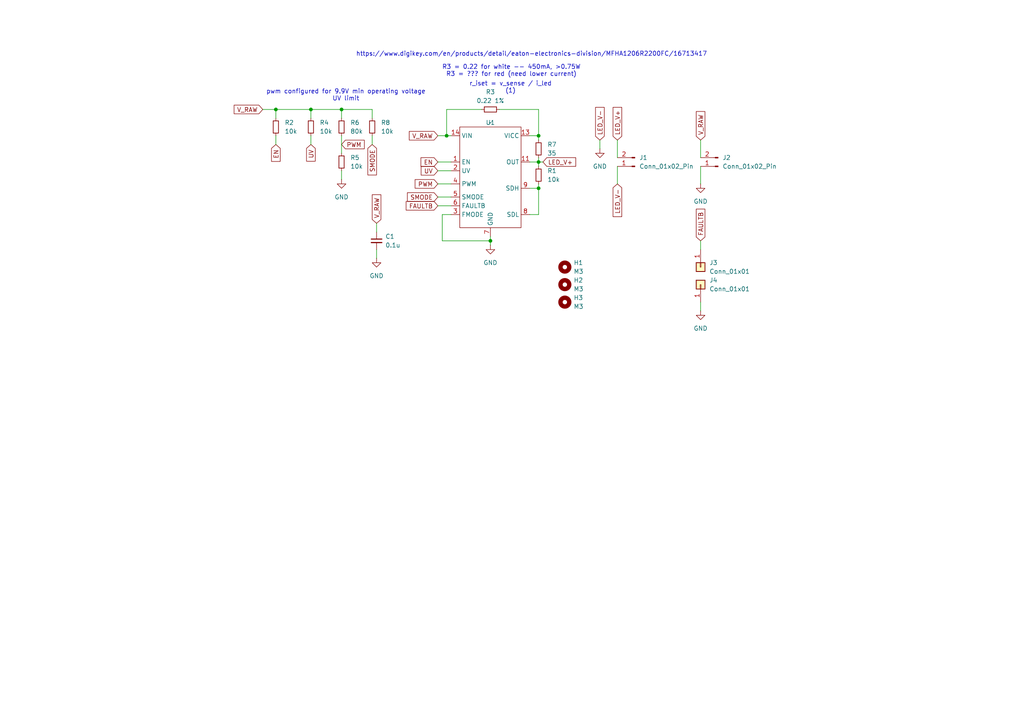
<source format=kicad_sch>
(kicad_sch
	(version 20231120)
	(generator "eeschema")
	(generator_version "8.0")
	(uuid "90e05142-d209-41bb-b992-ea0c86511e61")
	(paper "A4")
	(lib_symbols
		(symbol "Connector:Conn_01x02_Pin"
			(pin_names
				(offset 1.016) hide)
			(exclude_from_sim no)
			(in_bom yes)
			(on_board yes)
			(property "Reference" "J"
				(at 0 2.54 0)
				(effects
					(font
						(size 1.27 1.27)
					)
				)
			)
			(property "Value" "Conn_01x02_Pin"
				(at 0 -5.08 0)
				(effects
					(font
						(size 1.27 1.27)
					)
				)
			)
			(property "Footprint" ""
				(at 0 0 0)
				(effects
					(font
						(size 1.27 1.27)
					)
					(hide yes)
				)
			)
			(property "Datasheet" "~"
				(at 0 0 0)
				(effects
					(font
						(size 1.27 1.27)
					)
					(hide yes)
				)
			)
			(property "Description" "Generic connector, single row, 01x02, script generated"
				(at 0 0 0)
				(effects
					(font
						(size 1.27 1.27)
					)
					(hide yes)
				)
			)
			(property "ki_locked" ""
				(at 0 0 0)
				(effects
					(font
						(size 1.27 1.27)
					)
				)
			)
			(property "ki_keywords" "connector"
				(at 0 0 0)
				(effects
					(font
						(size 1.27 1.27)
					)
					(hide yes)
				)
			)
			(property "ki_fp_filters" "Connector*:*_1x??_*"
				(at 0 0 0)
				(effects
					(font
						(size 1.27 1.27)
					)
					(hide yes)
				)
			)
			(symbol "Conn_01x02_Pin_1_1"
				(polyline
					(pts
						(xy 1.27 -2.54) (xy 0.8636 -2.54)
					)
					(stroke
						(width 0.1524)
						(type default)
					)
					(fill
						(type none)
					)
				)
				(polyline
					(pts
						(xy 1.27 0) (xy 0.8636 0)
					)
					(stroke
						(width 0.1524)
						(type default)
					)
					(fill
						(type none)
					)
				)
				(rectangle
					(start 0.8636 -2.413)
					(end 0 -2.667)
					(stroke
						(width 0.1524)
						(type default)
					)
					(fill
						(type outline)
					)
				)
				(rectangle
					(start 0.8636 0.127)
					(end 0 -0.127)
					(stroke
						(width 0.1524)
						(type default)
					)
					(fill
						(type outline)
					)
				)
				(pin passive line
					(at 5.08 0 180)
					(length 3.81)
					(name "Pin_1"
						(effects
							(font
								(size 1.27 1.27)
							)
						)
					)
					(number "1"
						(effects
							(font
								(size 1.27 1.27)
							)
						)
					)
				)
				(pin passive line
					(at 5.08 -2.54 180)
					(length 3.81)
					(name "Pin_2"
						(effects
							(font
								(size 1.27 1.27)
							)
						)
					)
					(number "2"
						(effects
							(font
								(size 1.27 1.27)
							)
						)
					)
				)
			)
		)
		(symbol "Connector_Generic:Conn_01x01"
			(pin_names
				(offset 1.016) hide)
			(exclude_from_sim no)
			(in_bom yes)
			(on_board yes)
			(property "Reference" "J"
				(at 0 2.54 0)
				(effects
					(font
						(size 1.27 1.27)
					)
				)
			)
			(property "Value" "Conn_01x01"
				(at 0 -2.54 0)
				(effects
					(font
						(size 1.27 1.27)
					)
				)
			)
			(property "Footprint" ""
				(at 0 0 0)
				(effects
					(font
						(size 1.27 1.27)
					)
					(hide yes)
				)
			)
			(property "Datasheet" "~"
				(at 0 0 0)
				(effects
					(font
						(size 1.27 1.27)
					)
					(hide yes)
				)
			)
			(property "Description" "Generic connector, single row, 01x01, script generated (kicad-library-utils/schlib/autogen/connector/)"
				(at 0 0 0)
				(effects
					(font
						(size 1.27 1.27)
					)
					(hide yes)
				)
			)
			(property "ki_keywords" "connector"
				(at 0 0 0)
				(effects
					(font
						(size 1.27 1.27)
					)
					(hide yes)
				)
			)
			(property "ki_fp_filters" "Connector*:*_1x??_*"
				(at 0 0 0)
				(effects
					(font
						(size 1.27 1.27)
					)
					(hide yes)
				)
			)
			(symbol "Conn_01x01_1_1"
				(rectangle
					(start -1.27 0.127)
					(end 0 -0.127)
					(stroke
						(width 0.1524)
						(type default)
					)
					(fill
						(type none)
					)
				)
				(rectangle
					(start -1.27 1.27)
					(end 1.27 -1.27)
					(stroke
						(width 0.254)
						(type default)
					)
					(fill
						(type background)
					)
				)
				(pin passive line
					(at -5.08 0 0)
					(length 3.81)
					(name "Pin_1"
						(effects
							(font
								(size 1.27 1.27)
							)
						)
					)
					(number "1"
						(effects
							(font
								(size 1.27 1.27)
							)
						)
					)
				)
			)
		)
		(symbol "Device:C_Small"
			(pin_numbers hide)
			(pin_names
				(offset 0.254) hide)
			(exclude_from_sim no)
			(in_bom yes)
			(on_board yes)
			(property "Reference" "C"
				(at 0.254 1.778 0)
				(effects
					(font
						(size 1.27 1.27)
					)
					(justify left)
				)
			)
			(property "Value" "C_Small"
				(at 0.254 -2.032 0)
				(effects
					(font
						(size 1.27 1.27)
					)
					(justify left)
				)
			)
			(property "Footprint" ""
				(at 0 0 0)
				(effects
					(font
						(size 1.27 1.27)
					)
					(hide yes)
				)
			)
			(property "Datasheet" "~"
				(at 0 0 0)
				(effects
					(font
						(size 1.27 1.27)
					)
					(hide yes)
				)
			)
			(property "Description" "Unpolarized capacitor, small symbol"
				(at 0 0 0)
				(effects
					(font
						(size 1.27 1.27)
					)
					(hide yes)
				)
			)
			(property "ki_keywords" "capacitor cap"
				(at 0 0 0)
				(effects
					(font
						(size 1.27 1.27)
					)
					(hide yes)
				)
			)
			(property "ki_fp_filters" "C_*"
				(at 0 0 0)
				(effects
					(font
						(size 1.27 1.27)
					)
					(hide yes)
				)
			)
			(symbol "C_Small_0_1"
				(polyline
					(pts
						(xy -1.524 -0.508) (xy 1.524 -0.508)
					)
					(stroke
						(width 0.3302)
						(type default)
					)
					(fill
						(type none)
					)
				)
				(polyline
					(pts
						(xy -1.524 0.508) (xy 1.524 0.508)
					)
					(stroke
						(width 0.3048)
						(type default)
					)
					(fill
						(type none)
					)
				)
			)
			(symbol "C_Small_1_1"
				(pin passive line
					(at 0 2.54 270)
					(length 2.032)
					(name "~"
						(effects
							(font
								(size 1.27 1.27)
							)
						)
					)
					(number "1"
						(effects
							(font
								(size 1.27 1.27)
							)
						)
					)
				)
				(pin passive line
					(at 0 -2.54 90)
					(length 2.032)
					(name "~"
						(effects
							(font
								(size 1.27 1.27)
							)
						)
					)
					(number "2"
						(effects
							(font
								(size 1.27 1.27)
							)
						)
					)
				)
			)
		)
		(symbol "Device:R_Small"
			(pin_numbers hide)
			(pin_names
				(offset 0.254) hide)
			(exclude_from_sim no)
			(in_bom yes)
			(on_board yes)
			(property "Reference" "R"
				(at 0.762 0.508 0)
				(effects
					(font
						(size 1.27 1.27)
					)
					(justify left)
				)
			)
			(property "Value" "R_Small"
				(at 0.762 -1.016 0)
				(effects
					(font
						(size 1.27 1.27)
					)
					(justify left)
				)
			)
			(property "Footprint" ""
				(at 0 0 0)
				(effects
					(font
						(size 1.27 1.27)
					)
					(hide yes)
				)
			)
			(property "Datasheet" "~"
				(at 0 0 0)
				(effects
					(font
						(size 1.27 1.27)
					)
					(hide yes)
				)
			)
			(property "Description" "Resistor, small symbol"
				(at 0 0 0)
				(effects
					(font
						(size 1.27 1.27)
					)
					(hide yes)
				)
			)
			(property "ki_keywords" "R resistor"
				(at 0 0 0)
				(effects
					(font
						(size 1.27 1.27)
					)
					(hide yes)
				)
			)
			(property "ki_fp_filters" "R_*"
				(at 0 0 0)
				(effects
					(font
						(size 1.27 1.27)
					)
					(hide yes)
				)
			)
			(symbol "R_Small_0_1"
				(rectangle
					(start -0.762 1.778)
					(end 0.762 -1.778)
					(stroke
						(width 0.2032)
						(type default)
					)
					(fill
						(type none)
					)
				)
			)
			(symbol "R_Small_1_1"
				(pin passive line
					(at 0 2.54 270)
					(length 0.762)
					(name "~"
						(effects
							(font
								(size 1.27 1.27)
							)
						)
					)
					(number "1"
						(effects
							(font
								(size 1.27 1.27)
							)
						)
					)
				)
				(pin passive line
					(at 0 -2.54 90)
					(length 0.762)
					(name "~"
						(effects
							(font
								(size 1.27 1.27)
							)
						)
					)
					(number "2"
						(effects
							(font
								(size 1.27 1.27)
							)
						)
					)
				)
			)
		)
		(symbol "Mechanical:MountingHole"
			(pin_names
				(offset 1.016)
			)
			(exclude_from_sim yes)
			(in_bom no)
			(on_board yes)
			(property "Reference" "H"
				(at 0 5.08 0)
				(effects
					(font
						(size 1.27 1.27)
					)
				)
			)
			(property "Value" "MountingHole"
				(at 0 3.175 0)
				(effects
					(font
						(size 1.27 1.27)
					)
				)
			)
			(property "Footprint" ""
				(at 0 0 0)
				(effects
					(font
						(size 1.27 1.27)
					)
					(hide yes)
				)
			)
			(property "Datasheet" "~"
				(at 0 0 0)
				(effects
					(font
						(size 1.27 1.27)
					)
					(hide yes)
				)
			)
			(property "Description" "Mounting Hole without connection"
				(at 0 0 0)
				(effects
					(font
						(size 1.27 1.27)
					)
					(hide yes)
				)
			)
			(property "ki_keywords" "mounting hole"
				(at 0 0 0)
				(effects
					(font
						(size 1.27 1.27)
					)
					(hide yes)
				)
			)
			(property "ki_fp_filters" "MountingHole*"
				(at 0 0 0)
				(effects
					(font
						(size 1.27 1.27)
					)
					(hide yes)
				)
			)
			(symbol "MountingHole_0_1"
				(circle
					(center 0 0)
					(radius 1.27)
					(stroke
						(width 1.27)
						(type default)
					)
					(fill
						(type none)
					)
				)
			)
		)
		(symbol "custom_lib:IS32LT3140A"
			(exclude_from_sim no)
			(in_bom yes)
			(on_board yes)
			(property "Reference" "U"
				(at 0 0 0)
				(effects
					(font
						(size 1.27 1.27)
					)
				)
			)
			(property "Value" ""
				(at 0 0 0)
				(effects
					(font
						(size 1.27 1.27)
					)
				)
			)
			(property "Footprint" ""
				(at 0 0 0)
				(effects
					(font
						(size 1.27 1.27)
					)
					(hide yes)
				)
			)
			(property "Datasheet" ""
				(at 0 0 0)
				(effects
					(font
						(size 1.27 1.27)
					)
					(hide yes)
				)
			)
			(property "Description" ""
				(at 0 0 0)
				(effects
					(font
						(size 1.27 1.27)
					)
					(hide yes)
				)
			)
			(symbol "IS32LT3140A_0_1"
				(rectangle
					(start -8.89 -1.27)
					(end 8.89 -30.48)
					(stroke
						(width 0)
						(type default)
					)
					(fill
						(type none)
					)
				)
			)
			(symbol "IS32LT3140A_1_1"
				(pin input line
					(at -11.43 -11.43 0)
					(length 2.54)
					(name "EN"
						(effects
							(font
								(size 1.27 1.27)
							)
						)
					)
					(number "1"
						(effects
							(font
								(size 1.27 1.27)
							)
						)
					)
				)
				(pin input line
					(at 11.43 -11.43 180)
					(length 2.54)
					(name "OUT"
						(effects
							(font
								(size 1.27 1.27)
							)
						)
					)
					(number "11"
						(effects
							(font
								(size 1.27 1.27)
							)
						)
					)
				)
				(pin input line
					(at 11.43 -3.81 180)
					(length 2.54)
					(name "VICC"
						(effects
							(font
								(size 1.27 1.27)
							)
						)
					)
					(number "13"
						(effects
							(font
								(size 1.27 1.27)
							)
						)
					)
				)
				(pin input line
					(at -11.43 -3.81 0)
					(length 2.54)
					(name "VIN"
						(effects
							(font
								(size 1.27 1.27)
							)
						)
					)
					(number "14"
						(effects
							(font
								(size 1.27 1.27)
							)
						)
					)
				)
				(pin input line
					(at -11.43 -13.97 0)
					(length 2.54)
					(name "UV"
						(effects
							(font
								(size 1.27 1.27)
							)
						)
					)
					(number "2"
						(effects
							(font
								(size 1.27 1.27)
							)
						)
					)
				)
				(pin input line
					(at -11.43 -26.67 0)
					(length 2.54)
					(name "FMODE"
						(effects
							(font
								(size 1.27 1.27)
							)
						)
					)
					(number "3"
						(effects
							(font
								(size 1.27 1.27)
							)
						)
					)
				)
				(pin input line
					(at -11.43 -17.78 0)
					(length 2.54)
					(name "PWM"
						(effects
							(font
								(size 1.27 1.27)
							)
						)
					)
					(number "4"
						(effects
							(font
								(size 1.27 1.27)
							)
						)
					)
				)
				(pin input line
					(at -11.43 -21.59 0)
					(length 2.54)
					(name "SMODE"
						(effects
							(font
								(size 1.27 1.27)
							)
						)
					)
					(number "5"
						(effects
							(font
								(size 1.27 1.27)
							)
						)
					)
				)
				(pin input line
					(at -11.43 -24.13 0)
					(length 2.54)
					(name "FAULTB"
						(effects
							(font
								(size 1.27 1.27)
							)
						)
					)
					(number "6"
						(effects
							(font
								(size 1.27 1.27)
							)
						)
					)
				)
				(pin input line
					(at 0 -33.02 90)
					(length 2.54)
					(name "GND"
						(effects
							(font
								(size 1.27 1.27)
							)
						)
					)
					(number "7"
						(effects
							(font
								(size 1.27 1.27)
							)
						)
					)
				)
				(pin input line
					(at 11.43 -26.67 180)
					(length 2.54)
					(name "SDL"
						(effects
							(font
								(size 1.27 1.27)
							)
						)
					)
					(number "8"
						(effects
							(font
								(size 1.27 1.27)
							)
						)
					)
				)
				(pin input line
					(at 11.43 -19.05 180)
					(length 2.54)
					(name "SDH"
						(effects
							(font
								(size 1.27 1.27)
							)
						)
					)
					(number "9"
						(effects
							(font
								(size 1.27 1.27)
							)
						)
					)
				)
			)
		)
		(symbol "power:GND"
			(power)
			(pin_numbers hide)
			(pin_names
				(offset 0) hide)
			(exclude_from_sim no)
			(in_bom yes)
			(on_board yes)
			(property "Reference" "#PWR"
				(at 0 -6.35 0)
				(effects
					(font
						(size 1.27 1.27)
					)
					(hide yes)
				)
			)
			(property "Value" "GND"
				(at 0 -3.81 0)
				(effects
					(font
						(size 1.27 1.27)
					)
				)
			)
			(property "Footprint" ""
				(at 0 0 0)
				(effects
					(font
						(size 1.27 1.27)
					)
					(hide yes)
				)
			)
			(property "Datasheet" ""
				(at 0 0 0)
				(effects
					(font
						(size 1.27 1.27)
					)
					(hide yes)
				)
			)
			(property "Description" "Power symbol creates a global label with name \"GND\" , ground"
				(at 0 0 0)
				(effects
					(font
						(size 1.27 1.27)
					)
					(hide yes)
				)
			)
			(property "ki_keywords" "global power"
				(at 0 0 0)
				(effects
					(font
						(size 1.27 1.27)
					)
					(hide yes)
				)
			)
			(symbol "GND_0_1"
				(polyline
					(pts
						(xy 0 0) (xy 0 -1.27) (xy 1.27 -1.27) (xy 0 -2.54) (xy -1.27 -1.27) (xy 0 -1.27)
					)
					(stroke
						(width 0)
						(type default)
					)
					(fill
						(type none)
					)
				)
			)
			(symbol "GND_1_1"
				(pin power_in line
					(at 0 0 270)
					(length 0)
					(name "~"
						(effects
							(font
								(size 1.27 1.27)
							)
						)
					)
					(number "1"
						(effects
							(font
								(size 1.27 1.27)
							)
						)
					)
				)
			)
		)
	)
	(junction
		(at 156.21 46.99)
		(diameter 0)
		(color 0 0 0 0)
		(uuid "155d617d-c3ab-40dc-98ed-0ee7b1a2eb9e")
	)
	(junction
		(at 156.21 54.61)
		(diameter 0)
		(color 0 0 0 0)
		(uuid "1c9a8b4d-d82b-47e5-8b77-cdd962f125e8")
	)
	(junction
		(at 99.06 31.75)
		(diameter 0)
		(color 0 0 0 0)
		(uuid "2fa46eb7-ff35-4541-8c12-a50fcfdcecd1")
	)
	(junction
		(at 80.01 31.75)
		(diameter 0)
		(color 0 0 0 0)
		(uuid "38301a78-41dc-47ea-92aa-3e71e9411213")
	)
	(junction
		(at 90.17 31.75)
		(diameter 0)
		(color 0 0 0 0)
		(uuid "7fa0beda-cc45-4367-b834-aacb84b60ddb")
	)
	(junction
		(at 129.54 39.37)
		(diameter 0)
		(color 0 0 0 0)
		(uuid "bc1fb327-509b-401b-b297-804a30c2e4f8")
	)
	(junction
		(at 156.21 39.37)
		(diameter 0)
		(color 0 0 0 0)
		(uuid "c68d6cf4-728e-4346-bad6-6fe03fe638a8")
	)
	(junction
		(at 142.24 69.85)
		(diameter 0)
		(color 0 0 0 0)
		(uuid "fed79563-61d6-4b7b-8b55-68ea771f7dd3")
	)
	(wire
		(pts
			(xy 153.67 39.37) (xy 156.21 39.37)
		)
		(stroke
			(width 0)
			(type default)
		)
		(uuid "06e35a52-8a79-46eb-95ec-cb3f53d17b60")
	)
	(wire
		(pts
			(xy 99.06 31.75) (xy 107.95 31.75)
		)
		(stroke
			(width 0)
			(type default)
		)
		(uuid "078f0f6c-c8ab-4343-b3e4-da55d1b975ef")
	)
	(wire
		(pts
			(xy 99.06 34.29) (xy 99.06 31.75)
		)
		(stroke
			(width 0)
			(type default)
		)
		(uuid "08a37a96-76d6-4fd2-8a3f-504eb00d22a2")
	)
	(wire
		(pts
			(xy 179.07 48.26) (xy 179.07 53.34)
		)
		(stroke
			(width 0)
			(type default)
		)
		(uuid "12da387f-46cd-404c-9bdf-e4edd649b67a")
	)
	(wire
		(pts
			(xy 156.21 62.23) (xy 156.21 54.61)
		)
		(stroke
			(width 0)
			(type default)
		)
		(uuid "151acda1-e588-4f25-8d46-bc4e384af9c9")
	)
	(wire
		(pts
			(xy 99.06 49.53) (xy 99.06 52.07)
		)
		(stroke
			(width 0)
			(type default)
		)
		(uuid "207653ff-60b9-4302-b4aa-c95e40935690")
	)
	(wire
		(pts
			(xy 156.21 53.34) (xy 156.21 54.61)
		)
		(stroke
			(width 0)
			(type default)
		)
		(uuid "2489ec92-0823-4fbf-b893-bef3456f758d")
	)
	(wire
		(pts
			(xy 127 57.15) (xy 130.81 57.15)
		)
		(stroke
			(width 0)
			(type default)
		)
		(uuid "2cee30e6-6475-4f3e-bbc1-fbadb5879f8c")
	)
	(wire
		(pts
			(xy 76.2 31.75) (xy 80.01 31.75)
		)
		(stroke
			(width 0)
			(type default)
		)
		(uuid "3c290d51-a094-4fb7-a78e-3648d2ffed30")
	)
	(wire
		(pts
			(xy 153.67 46.99) (xy 156.21 46.99)
		)
		(stroke
			(width 0)
			(type default)
		)
		(uuid "3d6d2dbf-73e0-4f09-8dfa-b6e1584dc4b0")
	)
	(wire
		(pts
			(xy 173.99 43.18) (xy 173.99 40.64)
		)
		(stroke
			(width 0)
			(type default)
		)
		(uuid "465a5298-edce-4667-b3e1-543be20c74aa")
	)
	(wire
		(pts
			(xy 127 53.34) (xy 130.81 53.34)
		)
		(stroke
			(width 0)
			(type default)
		)
		(uuid "48c13a40-a639-4d46-9863-2caa0749c3cf")
	)
	(wire
		(pts
			(xy 153.67 62.23) (xy 156.21 62.23)
		)
		(stroke
			(width 0)
			(type default)
		)
		(uuid "49187d62-7549-4509-bb5f-030be345ff30")
	)
	(wire
		(pts
			(xy 130.81 62.23) (xy 128.27 62.23)
		)
		(stroke
			(width 0)
			(type default)
		)
		(uuid "598b64bd-71c6-4ad7-96ee-2dff2cdbef24")
	)
	(wire
		(pts
			(xy 99.06 39.37) (xy 99.06 44.45)
		)
		(stroke
			(width 0)
			(type default)
		)
		(uuid "5aff97d3-f7eb-43d9-9777-0ad36bb69358")
	)
	(wire
		(pts
			(xy 144.78 31.75) (xy 156.21 31.75)
		)
		(stroke
			(width 0)
			(type default)
		)
		(uuid "5d8e6ca9-1986-4191-89de-ebe3b70c0bdd")
	)
	(wire
		(pts
			(xy 156.21 45.72) (xy 156.21 46.99)
		)
		(stroke
			(width 0)
			(type default)
		)
		(uuid "5dda4337-6bac-49cd-8893-797b57036021")
	)
	(wire
		(pts
			(xy 90.17 39.37) (xy 90.17 41.91)
		)
		(stroke
			(width 0)
			(type default)
		)
		(uuid "60d7dc23-3277-440a-b492-47099d358998")
	)
	(wire
		(pts
			(xy 127 59.69) (xy 130.81 59.69)
		)
		(stroke
			(width 0)
			(type default)
		)
		(uuid "6104edd1-5d2c-4721-927f-d41d9b3a0979")
	)
	(wire
		(pts
			(xy 107.95 31.75) (xy 107.95 34.29)
		)
		(stroke
			(width 0)
			(type default)
		)
		(uuid "66edc7df-cf8e-4ab2-92df-4633837dcf3e")
	)
	(wire
		(pts
			(xy 90.17 31.75) (xy 99.06 31.75)
		)
		(stroke
			(width 0)
			(type default)
		)
		(uuid "69679cb0-c87e-46e4-bb69-d1341423a027")
	)
	(wire
		(pts
			(xy 203.2 40.64) (xy 203.2 45.72)
		)
		(stroke
			(width 0)
			(type default)
		)
		(uuid "6c0028b2-4697-4e04-85c9-3306bae0aa19")
	)
	(wire
		(pts
			(xy 203.2 48.26) (xy 203.2 53.34)
		)
		(stroke
			(width 0)
			(type default)
		)
		(uuid "78dab2d0-bf7a-45e1-8619-cbebd5e421c1")
	)
	(wire
		(pts
			(xy 109.22 72.39) (xy 109.22 74.93)
		)
		(stroke
			(width 0)
			(type default)
		)
		(uuid "7a945ad4-b725-4113-a22c-7441efcad892")
	)
	(wire
		(pts
			(xy 109.22 64.77) (xy 109.22 67.31)
		)
		(stroke
			(width 0)
			(type default)
		)
		(uuid "7d0550c9-34ca-4f63-a730-687c0c0e0906")
	)
	(wire
		(pts
			(xy 156.21 46.99) (xy 157.48 46.99)
		)
		(stroke
			(width 0)
			(type default)
		)
		(uuid "7d59e836-2557-4274-9474-1be05fb74617")
	)
	(wire
		(pts
			(xy 127 39.37) (xy 129.54 39.37)
		)
		(stroke
			(width 0)
			(type default)
		)
		(uuid "831c92c2-0cec-423c-a799-d0720bf790f9")
	)
	(wire
		(pts
			(xy 107.95 39.37) (xy 107.95 41.91)
		)
		(stroke
			(width 0)
			(type default)
		)
		(uuid "8c2d6064-e26e-4e07-b3c9-2cc4b121f264")
	)
	(wire
		(pts
			(xy 128.27 69.85) (xy 142.24 69.85)
		)
		(stroke
			(width 0)
			(type default)
		)
		(uuid "912e69ef-5a51-40ab-858d-de451cf45b25")
	)
	(wire
		(pts
			(xy 128.27 62.23) (xy 128.27 69.85)
		)
		(stroke
			(width 0)
			(type default)
		)
		(uuid "999e9378-751e-4a6a-a230-942bbc435e36")
	)
	(wire
		(pts
			(xy 203.2 69.85) (xy 203.2 72.39)
		)
		(stroke
			(width 0)
			(type default)
		)
		(uuid "aedc11c9-a05c-4979-a75b-442f13814726")
	)
	(wire
		(pts
			(xy 127 49.53) (xy 130.81 49.53)
		)
		(stroke
			(width 0)
			(type default)
		)
		(uuid "bc58b804-c1de-4f62-870c-5f34009350e8")
	)
	(wire
		(pts
			(xy 129.54 39.37) (xy 130.81 39.37)
		)
		(stroke
			(width 0)
			(type default)
		)
		(uuid "bd5d25c9-2459-47a5-a765-7c37a3eefbfd")
	)
	(wire
		(pts
			(xy 203.2 87.63) (xy 203.2 90.17)
		)
		(stroke
			(width 0)
			(type default)
		)
		(uuid "bef3df29-6c83-4c5d-b20d-cb5b5e49483e")
	)
	(wire
		(pts
			(xy 153.67 54.61) (xy 156.21 54.61)
		)
		(stroke
			(width 0)
			(type default)
		)
		(uuid "bf4a22ae-65dc-4bef-87f6-d529df92be24")
	)
	(wire
		(pts
			(xy 142.24 69.85) (xy 142.24 71.12)
		)
		(stroke
			(width 0)
			(type default)
		)
		(uuid "c64d63b7-84af-44af-a6b7-994da90f56bd")
	)
	(wire
		(pts
			(xy 129.54 31.75) (xy 139.7 31.75)
		)
		(stroke
			(width 0)
			(type default)
		)
		(uuid "cc306cb2-ee2f-4fb6-8047-e74ca26a811a")
	)
	(wire
		(pts
			(xy 156.21 31.75) (xy 156.21 39.37)
		)
		(stroke
			(width 0)
			(type default)
		)
		(uuid "ccff5546-8901-4358-bf38-e9e28b4f37a0")
	)
	(wire
		(pts
			(xy 90.17 31.75) (xy 80.01 31.75)
		)
		(stroke
			(width 0)
			(type default)
		)
		(uuid "cf7601a0-f645-4467-9aec-233513ede3cb")
	)
	(wire
		(pts
			(xy 156.21 39.37) (xy 156.21 40.64)
		)
		(stroke
			(width 0)
			(type default)
		)
		(uuid "d0fb7dbe-487b-4414-97f3-7d4a75080f7a")
	)
	(wire
		(pts
			(xy 156.21 46.99) (xy 156.21 48.26)
		)
		(stroke
			(width 0)
			(type default)
		)
		(uuid "d35f5b28-478b-409a-994b-6007d5491162")
	)
	(wire
		(pts
			(xy 127 46.99) (xy 130.81 46.99)
		)
		(stroke
			(width 0)
			(type default)
		)
		(uuid "d74150b7-f861-4719-b863-7e8046ea0b3a")
	)
	(wire
		(pts
			(xy 142.24 68.58) (xy 142.24 69.85)
		)
		(stroke
			(width 0)
			(type default)
		)
		(uuid "d8b64bf6-cba5-496f-90c5-279314b0ba96")
	)
	(wire
		(pts
			(xy 90.17 34.29) (xy 90.17 31.75)
		)
		(stroke
			(width 0)
			(type default)
		)
		(uuid "d9b0f792-b91a-4565-8e54-61870f542588")
	)
	(wire
		(pts
			(xy 80.01 39.37) (xy 80.01 41.91)
		)
		(stroke
			(width 0)
			(type default)
		)
		(uuid "f0ec8dbb-e975-45c6-a76e-3382b0f3e028")
	)
	(wire
		(pts
			(xy 129.54 39.37) (xy 129.54 31.75)
		)
		(stroke
			(width 0)
			(type default)
		)
		(uuid "f1b3bc94-333f-4339-aa99-9e3da96c504f")
	)
	(wire
		(pts
			(xy 179.07 40.64) (xy 179.07 45.72)
		)
		(stroke
			(width 0)
			(type default)
		)
		(uuid "f8cbf195-39d6-4f7f-8f67-68d2cbd07655")
	)
	(wire
		(pts
			(xy 80.01 31.75) (xy 80.01 34.29)
		)
		(stroke
			(width 0)
			(type default)
		)
		(uuid "fee61f01-33ca-402d-96ae-f2a1e50b9b0a")
	)
	(text "r_iset = v_sense / i_led\n(1)"
		(exclude_from_sim no)
		(at 148.082 25.4 0)
		(effects
			(font
				(size 1.27 1.27)
			)
		)
		(uuid "24e154f5-d355-4ae7-982e-8746deda9040")
	)
	(text "https://www.digikey.com/en/products/detail/eaton-electronics-division/MFHA1206R2200FC/16713417"
		(exclude_from_sim no)
		(at 154.178 15.748 0)
		(effects
			(font
				(size 1.27 1.27)
			)
		)
		(uuid "55cb998f-d165-4855-bb95-93bad0f1a71a")
	)
	(text "R3 = 0.22 for white -- 450mA, >0.75W\nR3 = ??? for red (need lower current)"
		(exclude_from_sim no)
		(at 148.336 20.574 0)
		(effects
			(font
				(size 1.27 1.27)
			)
		)
		(uuid "a6c1dba7-02bb-449a-93ab-c6573898f859")
	)
	(text "pwm configured for 9.9V min operating voltage\nUV limit"
		(exclude_from_sim no)
		(at 100.33 27.686 0)
		(effects
			(font
				(size 1.27 1.27)
			)
		)
		(uuid "d3fb4be7-34cb-44ca-ab0c-89ab53808e39")
	)
	(global_label "EN"
		(shape input)
		(at 127 46.99 180)
		(fields_autoplaced yes)
		(effects
			(font
				(size 1.27 1.27)
			)
			(justify right)
		)
		(uuid "083ab762-df5a-4483-b405-ed76b63e5689")
		(property "Intersheetrefs" "${INTERSHEET_REFS}"
			(at 121.5353 46.99 0)
			(effects
				(font
					(size 1.27 1.27)
				)
				(justify right)
				(hide yes)
			)
		)
	)
	(global_label "PWM"
		(shape input)
		(at 99.06 41.91 0)
		(fields_autoplaced yes)
		(effects
			(font
				(size 1.27 1.27)
			)
			(justify left)
		)
		(uuid "12075ba0-bb6c-4fa7-a656-1b86c8ee77aa")
		(property "Intersheetrefs" "${INTERSHEET_REFS}"
			(at 106.218 41.91 0)
			(effects
				(font
					(size 1.27 1.27)
				)
				(justify left)
				(hide yes)
			)
		)
	)
	(global_label "LED_V+"
		(shape input)
		(at 157.48 46.99 0)
		(fields_autoplaced yes)
		(effects
			(font
				(size 1.27 1.27)
			)
			(justify left)
		)
		(uuid "18bffd58-a560-4986-a045-3315208fe918")
		(property "Intersheetrefs" "${INTERSHEET_REFS}"
			(at 167.5409 46.99 0)
			(effects
				(font
					(size 1.27 1.27)
				)
				(justify left)
				(hide yes)
			)
		)
	)
	(global_label "PWM"
		(shape input)
		(at 127 53.34 180)
		(fields_autoplaced yes)
		(effects
			(font
				(size 1.27 1.27)
			)
			(justify right)
		)
		(uuid "377494b5-27a0-42b0-8b05-d40b411a9400")
		(property "Intersheetrefs" "${INTERSHEET_REFS}"
			(at 119.842 53.34 0)
			(effects
				(font
					(size 1.27 1.27)
				)
				(justify right)
				(hide yes)
			)
		)
	)
	(global_label "V_RAW"
		(shape input)
		(at 203.2 40.64 90)
		(fields_autoplaced yes)
		(effects
			(font
				(size 1.27 1.27)
			)
			(justify left)
		)
		(uuid "3fa05a06-9bee-4612-a13f-4465c1e4ec6e")
		(property "Intersheetrefs" "${INTERSHEET_REFS}"
			(at 203.2 31.7886 90)
			(effects
				(font
					(size 1.27 1.27)
				)
				(justify left)
				(hide yes)
			)
		)
	)
	(global_label "EN"
		(shape input)
		(at 80.01 41.91 270)
		(fields_autoplaced yes)
		(effects
			(font
				(size 1.27 1.27)
			)
			(justify right)
		)
		(uuid "5914317d-489f-4962-8732-ca01380191a4")
		(property "Intersheetrefs" "${INTERSHEET_REFS}"
			(at 80.01 47.3747 90)
			(effects
				(font
					(size 1.27 1.27)
				)
				(justify right)
				(hide yes)
			)
		)
	)
	(global_label "FAULTB"
		(shape input)
		(at 127 59.69 180)
		(fields_autoplaced yes)
		(effects
			(font
				(size 1.27 1.27)
			)
			(justify right)
		)
		(uuid "618fd789-58d9-4438-a372-7e1609cbe2c9")
		(property "Intersheetrefs" "${INTERSHEET_REFS}"
			(at 117.2414 59.69 0)
			(effects
				(font
					(size 1.27 1.27)
				)
				(justify right)
				(hide yes)
			)
		)
	)
	(global_label "V_RAW"
		(shape input)
		(at 127 39.37 180)
		(fields_autoplaced yes)
		(effects
			(font
				(size 1.27 1.27)
			)
			(justify right)
		)
		(uuid "625fd52f-7daa-49ea-a7ae-5b9454a82ee3")
		(property "Intersheetrefs" "${INTERSHEET_REFS}"
			(at 118.1486 39.37 0)
			(effects
				(font
					(size 1.27 1.27)
				)
				(justify right)
				(hide yes)
			)
		)
	)
	(global_label "V_RAW"
		(shape input)
		(at 109.22 64.77 90)
		(fields_autoplaced yes)
		(effects
			(font
				(size 1.27 1.27)
			)
			(justify left)
		)
		(uuid "7441941f-546a-4625-b4a5-1999e11ef655")
		(property "Intersheetrefs" "${INTERSHEET_REFS}"
			(at 109.22 55.9186 90)
			(effects
				(font
					(size 1.27 1.27)
				)
				(justify left)
				(hide yes)
			)
		)
	)
	(global_label "LED_V-"
		(shape input)
		(at 173.99 40.64 90)
		(fields_autoplaced yes)
		(effects
			(font
				(size 1.27 1.27)
			)
			(justify left)
		)
		(uuid "90191c93-ec50-49ba-a911-e9c7066f8360")
		(property "Intersheetrefs" "${INTERSHEET_REFS}"
			(at 173.99 30.5791 90)
			(effects
				(font
					(size 1.27 1.27)
				)
				(justify left)
				(hide yes)
			)
		)
	)
	(global_label "FAULTB"
		(shape input)
		(at 203.2 69.85 90)
		(fields_autoplaced yes)
		(effects
			(font
				(size 1.27 1.27)
			)
			(justify left)
		)
		(uuid "9bd78a1c-6fea-46f9-945d-8446d91166bb")
		(property "Intersheetrefs" "${INTERSHEET_REFS}"
			(at 203.2 60.0914 90)
			(effects
				(font
					(size 1.27 1.27)
				)
				(justify left)
				(hide yes)
			)
		)
	)
	(global_label "LED_V+"
		(shape input)
		(at 179.07 40.64 90)
		(fields_autoplaced yes)
		(effects
			(font
				(size 1.27 1.27)
			)
			(justify left)
		)
		(uuid "9dad3eb6-1bd7-40ef-b77d-6bdbee0f2104")
		(property "Intersheetrefs" "${INTERSHEET_REFS}"
			(at 179.07 30.5791 90)
			(effects
				(font
					(size 1.27 1.27)
				)
				(justify left)
				(hide yes)
			)
		)
	)
	(global_label "V_RAW"
		(shape input)
		(at 76.2 31.75 180)
		(fields_autoplaced yes)
		(effects
			(font
				(size 1.27 1.27)
			)
			(justify right)
		)
		(uuid "bd63b2f5-f285-4adc-b0b0-c1c54327b198")
		(property "Intersheetrefs" "${INTERSHEET_REFS}"
			(at 67.3486 31.75 0)
			(effects
				(font
					(size 1.27 1.27)
				)
				(justify right)
				(hide yes)
			)
		)
	)
	(global_label "UV"
		(shape input)
		(at 90.17 41.91 270)
		(fields_autoplaced yes)
		(effects
			(font
				(size 1.27 1.27)
			)
			(justify right)
		)
		(uuid "c8cb697c-44da-4689-8360-cde874a639d0")
		(property "Intersheetrefs" "${INTERSHEET_REFS}"
			(at 90.17 47.3143 90)
			(effects
				(font
					(size 1.27 1.27)
				)
				(justify right)
				(hide yes)
			)
		)
	)
	(global_label "LED_V-"
		(shape input)
		(at 179.07 53.34 270)
		(fields_autoplaced yes)
		(effects
			(font
				(size 1.27 1.27)
			)
			(justify right)
		)
		(uuid "de1a1809-9fe9-4b90-8713-2d20e3b78e33")
		(property "Intersheetrefs" "${INTERSHEET_REFS}"
			(at 179.07 63.4009 90)
			(effects
				(font
					(size 1.27 1.27)
				)
				(justify right)
				(hide yes)
			)
		)
	)
	(global_label "SMODE"
		(shape input)
		(at 127 57.15 180)
		(fields_autoplaced yes)
		(effects
			(font
				(size 1.27 1.27)
			)
			(justify right)
		)
		(uuid "f5d305bd-6cb2-481f-a9a5-2dd4ba1230f5")
		(property "Intersheetrefs" "${INTERSHEET_REFS}"
			(at 117.6044 57.15 0)
			(effects
				(font
					(size 1.27 1.27)
				)
				(justify right)
				(hide yes)
			)
		)
	)
	(global_label "UV"
		(shape input)
		(at 127 49.53 180)
		(fields_autoplaced yes)
		(effects
			(font
				(size 1.27 1.27)
			)
			(justify right)
		)
		(uuid "f9cde12d-4251-44c0-bd0b-b3086032d73f")
		(property "Intersheetrefs" "${INTERSHEET_REFS}"
			(at 121.5957 49.53 0)
			(effects
				(font
					(size 1.27 1.27)
				)
				(justify right)
				(hide yes)
			)
		)
	)
	(global_label "SMODE"
		(shape input)
		(at 107.95 41.91 270)
		(fields_autoplaced yes)
		(effects
			(font
				(size 1.27 1.27)
			)
			(justify right)
		)
		(uuid "fd44788c-e91b-49e5-8723-9db280497b24")
		(property "Intersheetrefs" "${INTERSHEET_REFS}"
			(at 107.95 51.3056 90)
			(effects
				(font
					(size 1.27 1.27)
				)
				(justify right)
				(hide yes)
			)
		)
	)
	(symbol
		(lib_id "Connector_Generic:Conn_01x01")
		(at 203.2 82.55 90)
		(unit 1)
		(exclude_from_sim no)
		(in_bom yes)
		(on_board yes)
		(dnp no)
		(fields_autoplaced yes)
		(uuid "07b1b679-a6e4-4dee-840d-0210fc2daa54")
		(property "Reference" "J4"
			(at 205.74 81.2799 90)
			(effects
				(font
					(size 1.27 1.27)
				)
				(justify right)
			)
		)
		(property "Value" "Conn_01x01"
			(at 205.74 83.8199 90)
			(effects
				(font
					(size 1.27 1.27)
				)
				(justify right)
			)
		)
		(property "Footprint" "TestPoint:TestPoint_Pad_1.5x1.5mm"
			(at 203.2 82.55 0)
			(effects
				(font
					(size 1.27 1.27)
				)
				(hide yes)
			)
		)
		(property "Datasheet" "~"
			(at 203.2 82.55 0)
			(effects
				(font
					(size 1.27 1.27)
				)
				(hide yes)
			)
		)
		(property "Description" "Generic connector, single row, 01x01, script generated (kicad-library-utils/schlib/autogen/connector/)"
			(at 203.2 82.55 0)
			(effects
				(font
					(size 1.27 1.27)
				)
				(hide yes)
			)
		)
		(pin "1"
			(uuid "86129e29-216c-43c4-9e2c-9949ab9f7786")
		)
		(instances
			(project "lightboard"
				(path "/90e05142-d209-41bb-b992-ea0c86511e61"
					(reference "J4")
					(unit 1)
				)
			)
		)
	)
	(symbol
		(lib_id "power:GND")
		(at 203.2 90.17 0)
		(unit 1)
		(exclude_from_sim no)
		(in_bom yes)
		(on_board yes)
		(dnp no)
		(fields_autoplaced yes)
		(uuid "1492f63c-d52a-46ad-af44-36406bf9f200")
		(property "Reference" "#PWR06"
			(at 203.2 96.52 0)
			(effects
				(font
					(size 1.27 1.27)
				)
				(hide yes)
			)
		)
		(property "Value" "GND"
			(at 203.2 95.25 0)
			(effects
				(font
					(size 1.27 1.27)
				)
			)
		)
		(property "Footprint" ""
			(at 203.2 90.17 0)
			(effects
				(font
					(size 1.27 1.27)
				)
				(hide yes)
			)
		)
		(property "Datasheet" ""
			(at 203.2 90.17 0)
			(effects
				(font
					(size 1.27 1.27)
				)
				(hide yes)
			)
		)
		(property "Description" "Power symbol creates a global label with name \"GND\" , ground"
			(at 203.2 90.17 0)
			(effects
				(font
					(size 1.27 1.27)
				)
				(hide yes)
			)
		)
		(pin "1"
			(uuid "0311a9da-39c7-46b5-98d8-1dd7e5a6674b")
		)
		(instances
			(project "lightboard"
				(path "/90e05142-d209-41bb-b992-ea0c86511e61"
					(reference "#PWR06")
					(unit 1)
				)
			)
		)
	)
	(symbol
		(lib_id "Connector_Generic:Conn_01x01")
		(at 203.2 77.47 270)
		(unit 1)
		(exclude_from_sim no)
		(in_bom yes)
		(on_board yes)
		(dnp no)
		(fields_autoplaced yes)
		(uuid "149f74e0-0b7a-4f35-a6f2-ba13be0bd80d")
		(property "Reference" "J3"
			(at 205.74 76.1999 90)
			(effects
				(font
					(size 1.27 1.27)
				)
				(justify left)
			)
		)
		(property "Value" "Conn_01x01"
			(at 205.74 78.7399 90)
			(effects
				(font
					(size 1.27 1.27)
				)
				(justify left)
			)
		)
		(property "Footprint" "TestPoint:TestPoint_Pad_1.5x1.5mm"
			(at 203.2 77.47 0)
			(effects
				(font
					(size 1.27 1.27)
				)
				(hide yes)
			)
		)
		(property "Datasheet" "~"
			(at 203.2 77.47 0)
			(effects
				(font
					(size 1.27 1.27)
				)
				(hide yes)
			)
		)
		(property "Description" "Generic connector, single row, 01x01, script generated (kicad-library-utils/schlib/autogen/connector/)"
			(at 203.2 77.47 0)
			(effects
				(font
					(size 1.27 1.27)
				)
				(hide yes)
			)
		)
		(pin "1"
			(uuid "c48416a5-e7aa-49e2-86ff-7fc2450af2aa")
		)
		(instances
			(project ""
				(path "/90e05142-d209-41bb-b992-ea0c86511e61"
					(reference "J3")
					(unit 1)
				)
			)
		)
	)
	(symbol
		(lib_id "Mechanical:MountingHole")
		(at 163.83 87.63 0)
		(unit 1)
		(exclude_from_sim yes)
		(in_bom no)
		(on_board yes)
		(dnp no)
		(fields_autoplaced yes)
		(uuid "1e1517bf-b0df-4d83-82de-e7280006a211")
		(property "Reference" "H3"
			(at 166.37 86.3599 0)
			(effects
				(font
					(size 1.27 1.27)
				)
				(justify left)
			)
		)
		(property "Value" "M3"
			(at 166.37 88.8999 0)
			(effects
				(font
					(size 1.27 1.27)
				)
				(justify left)
			)
		)
		(property "Footprint" "MountingHole:MountingHole_3.2mm_M3"
			(at 163.83 87.63 0)
			(effects
				(font
					(size 1.27 1.27)
				)
				(hide yes)
			)
		)
		(property "Datasheet" "~"
			(at 163.83 87.63 0)
			(effects
				(font
					(size 1.27 1.27)
				)
				(hide yes)
			)
		)
		(property "Description" "Mounting Hole without connection"
			(at 163.83 87.63 0)
			(effects
				(font
					(size 1.27 1.27)
				)
				(hide yes)
			)
		)
		(instances
			(project "lightboard"
				(path "/90e05142-d209-41bb-b992-ea0c86511e61"
					(reference "H3")
					(unit 1)
				)
			)
		)
	)
	(symbol
		(lib_id "Mechanical:MountingHole")
		(at 163.83 82.55 0)
		(unit 1)
		(exclude_from_sim yes)
		(in_bom no)
		(on_board yes)
		(dnp no)
		(fields_autoplaced yes)
		(uuid "3b0c1362-19c1-426d-965a-9b480fc5e4f4")
		(property "Reference" "H2"
			(at 166.37 81.2799 0)
			(effects
				(font
					(size 1.27 1.27)
				)
				(justify left)
			)
		)
		(property "Value" "M3"
			(at 166.37 83.8199 0)
			(effects
				(font
					(size 1.27 1.27)
				)
				(justify left)
			)
		)
		(property "Footprint" "MountingHole:MountingHole_3.2mm_M3"
			(at 163.83 82.55 0)
			(effects
				(font
					(size 1.27 1.27)
				)
				(hide yes)
			)
		)
		(property "Datasheet" "~"
			(at 163.83 82.55 0)
			(effects
				(font
					(size 1.27 1.27)
				)
				(hide yes)
			)
		)
		(property "Description" "Mounting Hole without connection"
			(at 163.83 82.55 0)
			(effects
				(font
					(size 1.27 1.27)
				)
				(hide yes)
			)
		)
		(instances
			(project "lightboard"
				(path "/90e05142-d209-41bb-b992-ea0c86511e61"
					(reference "H2")
					(unit 1)
				)
			)
		)
	)
	(symbol
		(lib_id "Device:R_Small")
		(at 99.06 36.83 0)
		(unit 1)
		(exclude_from_sim no)
		(in_bom yes)
		(on_board yes)
		(dnp no)
		(fields_autoplaced yes)
		(uuid "54154fac-0091-403b-b00c-a68304b076be")
		(property "Reference" "R6"
			(at 101.6 35.5599 0)
			(effects
				(font
					(size 1.27 1.27)
				)
				(justify left)
			)
		)
		(property "Value" "80k"
			(at 101.6 38.0999 0)
			(effects
				(font
					(size 1.27 1.27)
				)
				(justify left)
			)
		)
		(property "Footprint" "Resistor_SMD:R_1206_3216Metric"
			(at 99.06 36.83 0)
			(effects
				(font
					(size 1.27 1.27)
				)
				(hide yes)
			)
		)
		(property "Datasheet" "~"
			(at 99.06 36.83 0)
			(effects
				(font
					(size 1.27 1.27)
				)
				(hide yes)
			)
		)
		(property "Description" "Resistor, small symbol"
			(at 99.06 36.83 0)
			(effects
				(font
					(size 1.27 1.27)
				)
				(hide yes)
			)
		)
		(pin "2"
			(uuid "a5ee204f-137e-4eb7-9af5-d78ed324c180")
		)
		(pin "1"
			(uuid "1c35475f-90e8-423c-9a47-cd1841790398")
		)
		(instances
			(project "lightboard"
				(path "/90e05142-d209-41bb-b992-ea0c86511e61"
					(reference "R6")
					(unit 1)
				)
			)
		)
	)
	(symbol
		(lib_id "custom_lib:IS32LT3140A")
		(at 142.24 35.56 0)
		(unit 1)
		(exclude_from_sim no)
		(in_bom yes)
		(on_board yes)
		(dnp no)
		(uuid "5d172fb8-dc84-467f-9d4b-2e7824d50ff9")
		(property "Reference" "U1"
			(at 142.24 35.56 0)
			(effects
				(font
					(size 1.27 1.27)
				)
			)
		)
		(property "Value" "~"
			(at 142.24 35.56 0)
			(effects
				(font
					(size 1.27 1.27)
				)
			)
		)
		(property "Footprint" "custom_lib:IS32LT3140A"
			(at 142.24 35.56 0)
			(effects
				(font
					(size 1.27 1.27)
				)
				(hide yes)
			)
		)
		(property "Datasheet" ""
			(at 142.24 35.56 0)
			(effects
				(font
					(size 1.27 1.27)
				)
				(hide yes)
			)
		)
		(property "Description" ""
			(at 142.24 35.56 0)
			(effects
				(font
					(size 1.27 1.27)
				)
				(hide yes)
			)
		)
		(pin "3"
			(uuid "21ad6c55-a040-4ef1-b3de-07479ccaf3d4")
		)
		(pin "5"
			(uuid "1a38ebd3-b113-4499-b33b-6775161ac604")
		)
		(pin "11"
			(uuid "e5b713d6-3458-4b59-8bc3-69ad42428960")
		)
		(pin "7"
			(uuid "632456c0-2ad9-462c-a883-3edeff9e1f6b")
		)
		(pin "1"
			(uuid "350e9d2b-1e7d-474c-9c13-570f2e8d3661")
		)
		(pin "2"
			(uuid "3d2ec6e6-790d-4250-b35b-0400f1114f45")
		)
		(pin "9"
			(uuid "84e9a9f3-6d28-4b7a-8a73-255d89a07aeb")
		)
		(pin "6"
			(uuid "62e370dc-8bcd-4102-bae7-5d6b64a53d93")
		)
		(pin "14"
			(uuid "37896234-886a-4c21-ad9e-30831f218673")
		)
		(pin "4"
			(uuid "0df0169f-5daa-40c4-9522-b0f58c934d9a")
		)
		(pin "13"
			(uuid "434b2d40-641d-4463-9284-49dbcab06b86")
		)
		(pin "8"
			(uuid "6f545009-e54b-43af-b391-0c0137d0265f")
		)
		(instances
			(project ""
				(path "/90e05142-d209-41bb-b992-ea0c86511e61"
					(reference "U1")
					(unit 1)
				)
			)
		)
	)
	(symbol
		(lib_id "Device:R_Small")
		(at 107.95 36.83 0)
		(unit 1)
		(exclude_from_sim no)
		(in_bom yes)
		(on_board yes)
		(dnp no)
		(fields_autoplaced yes)
		(uuid "664b11ef-f4b0-41f9-adff-9ce03aad1d44")
		(property "Reference" "R8"
			(at 110.49 35.5599 0)
			(effects
				(font
					(size 1.27 1.27)
				)
				(justify left)
			)
		)
		(property "Value" "10k"
			(at 110.49 38.0999 0)
			(effects
				(font
					(size 1.27 1.27)
				)
				(justify left)
			)
		)
		(property "Footprint" "Resistor_SMD:R_1206_3216Metric"
			(at 107.95 36.83 0)
			(effects
				(font
					(size 1.27 1.27)
				)
				(hide yes)
			)
		)
		(property "Datasheet" "~"
			(at 107.95 36.83 0)
			(effects
				(font
					(size 1.27 1.27)
				)
				(hide yes)
			)
		)
		(property "Description" "Resistor, small symbol"
			(at 107.95 36.83 0)
			(effects
				(font
					(size 1.27 1.27)
				)
				(hide yes)
			)
		)
		(pin "2"
			(uuid "477b9df6-cafb-4518-9610-90e36b1ae223")
		)
		(pin "1"
			(uuid "c9952681-76ca-4e53-82aa-2bdb5342a40a")
		)
		(instances
			(project "lightboard"
				(path "/90e05142-d209-41bb-b992-ea0c86511e61"
					(reference "R8")
					(unit 1)
				)
			)
		)
	)
	(symbol
		(lib_id "power:GND")
		(at 99.06 52.07 0)
		(unit 1)
		(exclude_from_sim no)
		(in_bom yes)
		(on_board yes)
		(dnp no)
		(fields_autoplaced yes)
		(uuid "6ff00c14-b308-43d9-8edf-6aa575f92d5c")
		(property "Reference" "#PWR05"
			(at 99.06 58.42 0)
			(effects
				(font
					(size 1.27 1.27)
				)
				(hide yes)
			)
		)
		(property "Value" "GND"
			(at 99.06 57.15 0)
			(effects
				(font
					(size 1.27 1.27)
				)
			)
		)
		(property "Footprint" ""
			(at 99.06 52.07 0)
			(effects
				(font
					(size 1.27 1.27)
				)
				(hide yes)
			)
		)
		(property "Datasheet" ""
			(at 99.06 52.07 0)
			(effects
				(font
					(size 1.27 1.27)
				)
				(hide yes)
			)
		)
		(property "Description" "Power symbol creates a global label with name \"GND\" , ground"
			(at 99.06 52.07 0)
			(effects
				(font
					(size 1.27 1.27)
				)
				(hide yes)
			)
		)
		(pin "1"
			(uuid "ee2dfcf4-734a-4af8-923e-b969b497ab65")
		)
		(instances
			(project "lightboard"
				(path "/90e05142-d209-41bb-b992-ea0c86511e61"
					(reference "#PWR05")
					(unit 1)
				)
			)
		)
	)
	(symbol
		(lib_id "Mechanical:MountingHole")
		(at 163.83 77.47 0)
		(unit 1)
		(exclude_from_sim yes)
		(in_bom no)
		(on_board yes)
		(dnp no)
		(fields_autoplaced yes)
		(uuid "7bc18d20-f514-45c5-9c1c-bf1ec3b58fdd")
		(property "Reference" "H1"
			(at 166.37 76.1999 0)
			(effects
				(font
					(size 1.27 1.27)
				)
				(justify left)
			)
		)
		(property "Value" "M3"
			(at 166.37 78.7399 0)
			(effects
				(font
					(size 1.27 1.27)
				)
				(justify left)
			)
		)
		(property "Footprint" "MountingHole:MountingHole_3.2mm_M3"
			(at 163.83 77.47 0)
			(effects
				(font
					(size 1.27 1.27)
				)
				(hide yes)
			)
		)
		(property "Datasheet" "~"
			(at 163.83 77.47 0)
			(effects
				(font
					(size 1.27 1.27)
				)
				(hide yes)
			)
		)
		(property "Description" "Mounting Hole without connection"
			(at 163.83 77.47 0)
			(effects
				(font
					(size 1.27 1.27)
				)
				(hide yes)
			)
		)
		(instances
			(project ""
				(path "/90e05142-d209-41bb-b992-ea0c86511e61"
					(reference "H1")
					(unit 1)
				)
			)
		)
	)
	(symbol
		(lib_id "Device:C_Small")
		(at 109.22 69.85 0)
		(unit 1)
		(exclude_from_sim no)
		(in_bom yes)
		(on_board yes)
		(dnp no)
		(fields_autoplaced yes)
		(uuid "816c56ac-351d-417d-8f3b-f0dc31a28278")
		(property "Reference" "C1"
			(at 111.76 68.5862 0)
			(effects
				(font
					(size 1.27 1.27)
				)
				(justify left)
			)
		)
		(property "Value" "0.1u"
			(at 111.76 71.1262 0)
			(effects
				(font
					(size 1.27 1.27)
				)
				(justify left)
			)
		)
		(property "Footprint" "Capacitor_SMD:C_1206_3216Metric"
			(at 109.22 69.85 0)
			(effects
				(font
					(size 1.27 1.27)
				)
				(hide yes)
			)
		)
		(property "Datasheet" "~"
			(at 109.22 69.85 0)
			(effects
				(font
					(size 1.27 1.27)
				)
				(hide yes)
			)
		)
		(property "Description" "Unpolarized capacitor, small symbol"
			(at 109.22 69.85 0)
			(effects
				(font
					(size 1.27 1.27)
				)
				(hide yes)
			)
		)
		(pin "2"
			(uuid "3b8fcab2-01b2-4c02-874a-a6b6db63e552")
		)
		(pin "1"
			(uuid "daf7484a-79af-4ab2-8497-d863834e13b4")
		)
		(instances
			(project ""
				(path "/90e05142-d209-41bb-b992-ea0c86511e61"
					(reference "C1")
					(unit 1)
				)
			)
		)
	)
	(symbol
		(lib_id "Device:R_Small")
		(at 156.21 43.18 0)
		(unit 1)
		(exclude_from_sim no)
		(in_bom yes)
		(on_board yes)
		(dnp no)
		(fields_autoplaced yes)
		(uuid "84e66cf0-a7a5-4e4c-a529-571e88a430b9")
		(property "Reference" "R7"
			(at 158.75 41.9099 0)
			(effects
				(font
					(size 1.27 1.27)
				)
				(justify left)
			)
		)
		(property "Value" "35"
			(at 158.75 44.4499 0)
			(effects
				(font
					(size 1.27 1.27)
				)
				(justify left)
			)
		)
		(property "Footprint" "Resistor_SMD:R_1206_3216Metric"
			(at 156.21 43.18 0)
			(effects
				(font
					(size 1.27 1.27)
				)
				(hide yes)
			)
		)
		(property "Datasheet" "~"
			(at 156.21 43.18 0)
			(effects
				(font
					(size 1.27 1.27)
				)
				(hide yes)
			)
		)
		(property "Description" "Resistor, small symbol"
			(at 156.21 43.18 0)
			(effects
				(font
					(size 1.27 1.27)
				)
				(hide yes)
			)
		)
		(pin "2"
			(uuid "20f5346d-1acf-46e0-b6af-d2442cef3d9f")
		)
		(pin "1"
			(uuid "34fa12df-03c2-4092-ae5b-d6bc13a0f98e")
		)
		(instances
			(project "lightboard"
				(path "/90e05142-d209-41bb-b992-ea0c86511e61"
					(reference "R7")
					(unit 1)
				)
			)
		)
	)
	(symbol
		(lib_id "power:GND")
		(at 142.24 71.12 0)
		(unit 1)
		(exclude_from_sim no)
		(in_bom yes)
		(on_board yes)
		(dnp no)
		(fields_autoplaced yes)
		(uuid "886ce3a0-0df2-4fc3-8330-b5fb456e34ec")
		(property "Reference" "#PWR02"
			(at 142.24 77.47 0)
			(effects
				(font
					(size 1.27 1.27)
				)
				(hide yes)
			)
		)
		(property "Value" "GND"
			(at 142.24 76.2 0)
			(effects
				(font
					(size 1.27 1.27)
				)
			)
		)
		(property "Footprint" ""
			(at 142.24 71.12 0)
			(effects
				(font
					(size 1.27 1.27)
				)
				(hide yes)
			)
		)
		(property "Datasheet" ""
			(at 142.24 71.12 0)
			(effects
				(font
					(size 1.27 1.27)
				)
				(hide yes)
			)
		)
		(property "Description" "Power symbol creates a global label with name \"GND\" , ground"
			(at 142.24 71.12 0)
			(effects
				(font
					(size 1.27 1.27)
				)
				(hide yes)
			)
		)
		(pin "1"
			(uuid "79913e4a-4d4b-4cf9-a010-c7a8696a724c")
		)
		(instances
			(project "lightboard"
				(path "/90e05142-d209-41bb-b992-ea0c86511e61"
					(reference "#PWR02")
					(unit 1)
				)
			)
		)
	)
	(symbol
		(lib_id "Device:R_Small")
		(at 99.06 46.99 0)
		(unit 1)
		(exclude_from_sim no)
		(in_bom yes)
		(on_board yes)
		(dnp no)
		(fields_autoplaced yes)
		(uuid "9f5bb6a2-b6d5-4c9f-aff4-2ccb8ad2fcd4")
		(property "Reference" "R5"
			(at 101.6 45.7199 0)
			(effects
				(font
					(size 1.27 1.27)
				)
				(justify left)
			)
		)
		(property "Value" "10k"
			(at 101.6 48.2599 0)
			(effects
				(font
					(size 1.27 1.27)
				)
				(justify left)
			)
		)
		(property "Footprint" "Resistor_SMD:R_1206_3216Metric"
			(at 99.06 46.99 0)
			(effects
				(font
					(size 1.27 1.27)
				)
				(hide yes)
			)
		)
		(property "Datasheet" "~"
			(at 99.06 46.99 0)
			(effects
				(font
					(size 1.27 1.27)
				)
				(hide yes)
			)
		)
		(property "Description" "Resistor, small symbol"
			(at 99.06 46.99 0)
			(effects
				(font
					(size 1.27 1.27)
				)
				(hide yes)
			)
		)
		(pin "2"
			(uuid "ed1e05aa-714a-4b59-8730-3aa6555a5d33")
		)
		(pin "1"
			(uuid "171a2c62-308b-4cc4-9f73-e873ed2708df")
		)
		(instances
			(project "lightboard"
				(path "/90e05142-d209-41bb-b992-ea0c86511e61"
					(reference "R5")
					(unit 1)
				)
			)
		)
	)
	(symbol
		(lib_id "Connector:Conn_01x02_Pin")
		(at 208.28 48.26 180)
		(unit 1)
		(exclude_from_sim no)
		(in_bom yes)
		(on_board yes)
		(dnp no)
		(fields_autoplaced yes)
		(uuid "a8a2aa0a-3646-4b1e-80ad-81eb5b207023")
		(property "Reference" "J2"
			(at 209.55 45.7199 0)
			(effects
				(font
					(size 1.27 1.27)
				)
				(justify right)
			)
		)
		(property "Value" "Conn_01x02_Pin"
			(at 209.55 48.2599 0)
			(effects
				(font
					(size 1.27 1.27)
				)
				(justify right)
			)
		)
		(property "Footprint" "Connector_JST:JST_EH_S2B-EH_1x02_P2.50mm_Horizontal"
			(at 208.28 48.26 0)
			(effects
				(font
					(size 1.27 1.27)
				)
				(hide yes)
			)
		)
		(property "Datasheet" "~"
			(at 208.28 48.26 0)
			(effects
				(font
					(size 1.27 1.27)
				)
				(hide yes)
			)
		)
		(property "Description" "Generic connector, single row, 01x02, script generated"
			(at 208.28 48.26 0)
			(effects
				(font
					(size 1.27 1.27)
				)
				(hide yes)
			)
		)
		(pin "1"
			(uuid "4a339343-c50e-480d-828f-1e36ad600253")
		)
		(pin "2"
			(uuid "81ded1ce-cb58-4749-9746-7d9683218e35")
		)
		(instances
			(project "lightboard"
				(path "/90e05142-d209-41bb-b992-ea0c86511e61"
					(reference "J2")
					(unit 1)
				)
			)
		)
	)
	(symbol
		(lib_id "Device:R_Small")
		(at 156.21 50.8 0)
		(unit 1)
		(exclude_from_sim no)
		(in_bom yes)
		(on_board yes)
		(dnp no)
		(fields_autoplaced yes)
		(uuid "c3f37105-2022-45bc-9f41-0184585b3433")
		(property "Reference" "R1"
			(at 158.75 49.5299 0)
			(effects
				(font
					(size 1.27 1.27)
				)
				(justify left)
			)
		)
		(property "Value" "10k"
			(at 158.75 52.0699 0)
			(effects
				(font
					(size 1.27 1.27)
				)
				(justify left)
			)
		)
		(property "Footprint" "Resistor_SMD:R_1206_3216Metric"
			(at 156.21 50.8 0)
			(effects
				(font
					(size 1.27 1.27)
				)
				(hide yes)
			)
		)
		(property "Datasheet" "~"
			(at 156.21 50.8 0)
			(effects
				(font
					(size 1.27 1.27)
				)
				(hide yes)
			)
		)
		(property "Description" "Resistor, small symbol"
			(at 156.21 50.8 0)
			(effects
				(font
					(size 1.27 1.27)
				)
				(hide yes)
			)
		)
		(pin "2"
			(uuid "d42b3969-62fd-4970-8675-946cc8e990dd")
		)
		(pin "1"
			(uuid "f4f5c7d5-27d4-45ec-b66c-d1bb9754ca65")
		)
		(instances
			(project ""
				(path "/90e05142-d209-41bb-b992-ea0c86511e61"
					(reference "R1")
					(unit 1)
				)
			)
		)
	)
	(symbol
		(lib_id "Device:R_Small")
		(at 80.01 36.83 0)
		(unit 1)
		(exclude_from_sim no)
		(in_bom yes)
		(on_board yes)
		(dnp no)
		(fields_autoplaced yes)
		(uuid "c7abc80f-8fa1-4209-b6bf-342ee0ab5847")
		(property "Reference" "R2"
			(at 82.55 35.5599 0)
			(effects
				(font
					(size 1.27 1.27)
				)
				(justify left)
			)
		)
		(property "Value" "10k"
			(at 82.55 38.0999 0)
			(effects
				(font
					(size 1.27 1.27)
				)
				(justify left)
			)
		)
		(property "Footprint" "Resistor_SMD:R_1206_3216Metric"
			(at 80.01 36.83 0)
			(effects
				(font
					(size 1.27 1.27)
				)
				(hide yes)
			)
		)
		(property "Datasheet" "~"
			(at 80.01 36.83 0)
			(effects
				(font
					(size 1.27 1.27)
				)
				(hide yes)
			)
		)
		(property "Description" "Resistor, small symbol"
			(at 80.01 36.83 0)
			(effects
				(font
					(size 1.27 1.27)
				)
				(hide yes)
			)
		)
		(pin "2"
			(uuid "d2953d17-c909-419c-83b4-37bafa6a63f8")
		)
		(pin "1"
			(uuid "3bd6df04-e502-4ddf-9869-57821383def3")
		)
		(instances
			(project "lightboard"
				(path "/90e05142-d209-41bb-b992-ea0c86511e61"
					(reference "R2")
					(unit 1)
				)
			)
		)
	)
	(symbol
		(lib_id "power:GND")
		(at 173.99 43.18 0)
		(unit 1)
		(exclude_from_sim no)
		(in_bom yes)
		(on_board yes)
		(dnp no)
		(fields_autoplaced yes)
		(uuid "c9846abc-b6b0-4804-9075-26f197f6cd11")
		(property "Reference" "#PWR01"
			(at 173.99 49.53 0)
			(effects
				(font
					(size 1.27 1.27)
				)
				(hide yes)
			)
		)
		(property "Value" "GND"
			(at 173.99 48.26 0)
			(effects
				(font
					(size 1.27 1.27)
				)
			)
		)
		(property "Footprint" ""
			(at 173.99 43.18 0)
			(effects
				(font
					(size 1.27 1.27)
				)
				(hide yes)
			)
		)
		(property "Datasheet" ""
			(at 173.99 43.18 0)
			(effects
				(font
					(size 1.27 1.27)
				)
				(hide yes)
			)
		)
		(property "Description" "Power symbol creates a global label with name \"GND\" , ground"
			(at 173.99 43.18 0)
			(effects
				(font
					(size 1.27 1.27)
				)
				(hide yes)
			)
		)
		(pin "1"
			(uuid "437593ca-4cac-4ebc-a42b-c816e7fcf11f")
		)
		(instances
			(project ""
				(path "/90e05142-d209-41bb-b992-ea0c86511e61"
					(reference "#PWR01")
					(unit 1)
				)
			)
		)
	)
	(symbol
		(lib_id "power:GND")
		(at 109.22 74.93 0)
		(unit 1)
		(exclude_from_sim no)
		(in_bom yes)
		(on_board yes)
		(dnp no)
		(fields_autoplaced yes)
		(uuid "cd5c4840-1d0e-4054-a892-7063f9be3978")
		(property "Reference" "#PWR03"
			(at 109.22 81.28 0)
			(effects
				(font
					(size 1.27 1.27)
				)
				(hide yes)
			)
		)
		(property "Value" "GND"
			(at 109.22 80.01 0)
			(effects
				(font
					(size 1.27 1.27)
				)
			)
		)
		(property "Footprint" ""
			(at 109.22 74.93 0)
			(effects
				(font
					(size 1.27 1.27)
				)
				(hide yes)
			)
		)
		(property "Datasheet" ""
			(at 109.22 74.93 0)
			(effects
				(font
					(size 1.27 1.27)
				)
				(hide yes)
			)
		)
		(property "Description" "Power symbol creates a global label with name \"GND\" , ground"
			(at 109.22 74.93 0)
			(effects
				(font
					(size 1.27 1.27)
				)
				(hide yes)
			)
		)
		(pin "1"
			(uuid "81245b2b-13e1-41a9-9266-e1338c540501")
		)
		(instances
			(project "lightboard"
				(path "/90e05142-d209-41bb-b992-ea0c86511e61"
					(reference "#PWR03")
					(unit 1)
				)
			)
		)
	)
	(symbol
		(lib_id "Device:R_Small")
		(at 142.24 31.75 90)
		(unit 1)
		(exclude_from_sim no)
		(in_bom yes)
		(on_board yes)
		(dnp no)
		(fields_autoplaced yes)
		(uuid "d54baa40-5646-45e7-b5a3-417824609a54")
		(property "Reference" "R3"
			(at 142.24 26.67 90)
			(effects
				(font
					(size 1.27 1.27)
				)
			)
		)
		(property "Value" "0.22 1%"
			(at 142.24 29.21 90)
			(effects
				(font
					(size 1.27 1.27)
				)
			)
		)
		(property "Footprint" "Resistor_SMD:R_1206_3216Metric"
			(at 142.24 31.75 0)
			(effects
				(font
					(size 1.27 1.27)
				)
				(hide yes)
			)
		)
		(property "Datasheet" "~"
			(at 142.24 31.75 0)
			(effects
				(font
					(size 1.27 1.27)
				)
				(hide yes)
			)
		)
		(property "Description" "Resistor, small symbol"
			(at 142.24 31.75 0)
			(effects
				(font
					(size 1.27 1.27)
				)
				(hide yes)
			)
		)
		(pin "2"
			(uuid "d084f68c-16af-4b27-8f9b-1cc16cbf5c3b")
		)
		(pin "1"
			(uuid "76213920-8eab-4e37-964a-3c20ec79effa")
		)
		(instances
			(project "lightboard"
				(path "/90e05142-d209-41bb-b992-ea0c86511e61"
					(reference "R3")
					(unit 1)
				)
			)
		)
	)
	(symbol
		(lib_id "Device:R_Small")
		(at 90.17 36.83 0)
		(unit 1)
		(exclude_from_sim no)
		(in_bom yes)
		(on_board yes)
		(dnp no)
		(fields_autoplaced yes)
		(uuid "e003c4cf-a5c2-42fe-a784-da9efe44b82e")
		(property "Reference" "R4"
			(at 92.71 35.5599 0)
			(effects
				(font
					(size 1.27 1.27)
				)
				(justify left)
			)
		)
		(property "Value" "10k"
			(at 92.71 38.0999 0)
			(effects
				(font
					(size 1.27 1.27)
				)
				(justify left)
			)
		)
		(property "Footprint" "Resistor_SMD:R_1206_3216Metric"
			(at 90.17 36.83 0)
			(effects
				(font
					(size 1.27 1.27)
				)
				(hide yes)
			)
		)
		(property "Datasheet" "~"
			(at 90.17 36.83 0)
			(effects
				(font
					(size 1.27 1.27)
				)
				(hide yes)
			)
		)
		(property "Description" "Resistor, small symbol"
			(at 90.17 36.83 0)
			(effects
				(font
					(size 1.27 1.27)
				)
				(hide yes)
			)
		)
		(pin "2"
			(uuid "5f385ee1-b546-4870-92d8-1b596961dc07")
		)
		(pin "1"
			(uuid "5fb3ff12-b318-4e5d-a9dd-030a20dd96d9")
		)
		(instances
			(project "lightboard"
				(path "/90e05142-d209-41bb-b992-ea0c86511e61"
					(reference "R4")
					(unit 1)
				)
			)
		)
	)
	(symbol
		(lib_id "Connector:Conn_01x02_Pin")
		(at 184.15 48.26 180)
		(unit 1)
		(exclude_from_sim no)
		(in_bom yes)
		(on_board yes)
		(dnp no)
		(fields_autoplaced yes)
		(uuid "ed109046-8d8d-415b-9c10-688ee794415f")
		(property "Reference" "J1"
			(at 185.42 45.7199 0)
			(effects
				(font
					(size 1.27 1.27)
				)
				(justify right)
			)
		)
		(property "Value" "Conn_01x02_Pin"
			(at 185.42 48.2599 0)
			(effects
				(font
					(size 1.27 1.27)
				)
				(justify right)
			)
		)
		(property "Footprint" "Connector_JST:JST_EH_S2B-EH_1x02_P2.50mm_Horizontal"
			(at 184.15 48.26 0)
			(effects
				(font
					(size 1.27 1.27)
				)
				(hide yes)
			)
		)
		(property "Datasheet" "~"
			(at 184.15 48.26 0)
			(effects
				(font
					(size 1.27 1.27)
				)
				(hide yes)
			)
		)
		(property "Description" "Generic connector, single row, 01x02, script generated"
			(at 184.15 48.26 0)
			(effects
				(font
					(size 1.27 1.27)
				)
				(hide yes)
			)
		)
		(pin "1"
			(uuid "ade15b11-b1b3-4d66-84ed-c11259ed05df")
		)
		(pin "2"
			(uuid "f39a638c-0e19-4c07-9da9-25b7f1489d05")
		)
		(instances
			(project ""
				(path "/90e05142-d209-41bb-b992-ea0c86511e61"
					(reference "J1")
					(unit 1)
				)
			)
		)
	)
	(symbol
		(lib_id "power:GND")
		(at 203.2 53.34 0)
		(unit 1)
		(exclude_from_sim no)
		(in_bom yes)
		(on_board yes)
		(dnp no)
		(fields_autoplaced yes)
		(uuid "f0f124ff-febf-447a-bf91-8f9bc48ba330")
		(property "Reference" "#PWR04"
			(at 203.2 59.69 0)
			(effects
				(font
					(size 1.27 1.27)
				)
				(hide yes)
			)
		)
		(property "Value" "GND"
			(at 203.2 58.42 0)
			(effects
				(font
					(size 1.27 1.27)
				)
			)
		)
		(property "Footprint" ""
			(at 203.2 53.34 0)
			(effects
				(font
					(size 1.27 1.27)
				)
				(hide yes)
			)
		)
		(property "Datasheet" ""
			(at 203.2 53.34 0)
			(effects
				(font
					(size 1.27 1.27)
				)
				(hide yes)
			)
		)
		(property "Description" "Power symbol creates a global label with name \"GND\" , ground"
			(at 203.2 53.34 0)
			(effects
				(font
					(size 1.27 1.27)
				)
				(hide yes)
			)
		)
		(pin "1"
			(uuid "27918b77-bffb-4c2f-a072-437e41494e34")
		)
		(instances
			(project "lightboard"
				(path "/90e05142-d209-41bb-b992-ea0c86511e61"
					(reference "#PWR04")
					(unit 1)
				)
			)
		)
	)
	(sheet_instances
		(path "/"
			(page "1")
		)
	)
)

</source>
